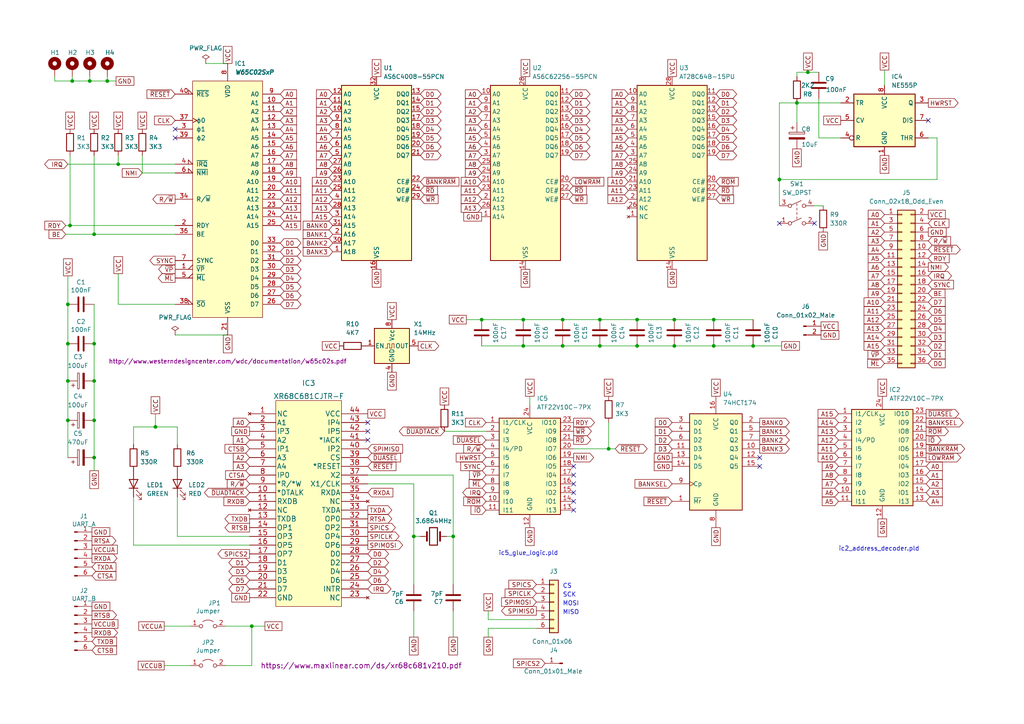
<source format=kicad_sch>
(kicad_sch (version 20211123) (generator eeschema)
  (paper "A4")
  (title_block (title "rosco_6502") (date "2022-06-17") (rev "0") (company "The Really Old-School Company Limited") (comment 1 "Copyright (c)2022 Ross Bamford & Contributors") (comment 2 "Open Source Hardware (CERN OHL)"))
  (junction (at 151.765 100.33))
  (junction (at 151.765 92.71))
  (junction (at 120.015 155.575))
  (junction (at 231.14 29.845))
  (junction (at 163.195 100.33))
  (junction (at 184.785 100.33))
  (junction (at 26.035 23.495))
  (junction (at 27.305 110.49))
  (junction (at 176.53 130.175))
  (junction (at 19.685 88.265))
  (junction (at 131.445 155.575))
  (junction (at 173.99 100.33))
  (junction (at 19.685 110.49))
  (junction (at 34.29 47.625))
  (junction (at 207.01 92.71))
  (junction (at 163.195 92.71))
  (junction (at 19.685 99.695))
  (junction (at 207.01 100.33))
  (junction (at 27.305 67.945))
  (junction (at 45.085 123.825))
  (junction (at 27.305 121.92))
  (junction (at 73.025 181.61))
  (junction (at 31.115 23.495))
  (junction (at 173.99 92.71))
  (junction (at 226.06 52.07))
  (junction (at 218.44 100.33))
  (junction (at 27.305 132.715))
  (junction (at 27.305 99.695))
  (junction (at 139.7 92.71))
  (junction (at 20.32 65.405))
  (junction (at 184.785 92.71))
  (junction (at 234.315 20.955))
  (junction (at 19.685 121.92))
  (junction (at 195.58 100.33))
  (junction (at 20.955 23.495))
  (junction (at 195.58 92.71))
  (no_connect (at 226.06 64.77))
  (no_connect (at 236.22 64.77))
  (no_connect (at 269.24 34.925))
  (no_connect (at 106.68 125.095))
  (no_connect (at 106.68 122.555))
  (no_connect (at 220.345 132.715))
  (no_connect (at 220.345 135.255))
  (no_connect (at 166.37 142.875))
  (no_connect (at 166.37 145.415))
  (no_connect (at 166.37 147.955))
  (no_connect (at 166.37 140.335))
  (no_connect (at 166.37 135.255))
  (no_connect (at 166.37 137.795))
  (no_connect (at 106.68 127.635))
  (no_connect (at 50.8 37.465))
  (no_connect (at 50.8 40.005))
  (wire (pts (xy 65.405 193.04) (xy 73.025 193.04)))
  (wire (pts (xy 15.875 22.225) (xy 15.875 23.495)))
  (wire (pts (xy 176.53 130.175) (xy 178.435 130.175)))
  (wire (pts (xy 231.14 22.225) (xy 231.14 20.955)))
  (wire (pts (xy 19.685 80.01) (xy 19.685 88.265)))
  (wire (pts (xy 47.625 193.04) (xy 55.245 193.04)))
  (wire (pts (xy 141.605 179.705) (xy 141.605 177.165)))
  (wire (pts (xy 31.115 23.495) (xy 33.655 23.495)))
  (wire (pts (xy 131.445 155.575) (xy 131.445 169.545)))
  (wire (pts (xy 19.05 65.405) (xy 20.32 65.405)))
  (wire (pts (xy 20.32 65.405) (xy 50.8 65.405)))
  (wire (pts (xy 226.06 29.845) (xy 231.14 29.845)))
  (wire (pts (xy 131.445 177.165) (xy 131.445 184.785)))
  (wire (pts (xy 207.01 100.33) (xy 195.58 100.33)))
  (wire (pts (xy 26.035 22.225) (xy 26.035 23.495)))
  (wire (pts (xy 59.69 18.415) (xy 66.04 18.415)))
  (wire (pts (xy 50.8 97.155) (xy 66.04 97.155)))
  (wire (pts (xy 41.275 50.165) (xy 50.8 50.165)))
  (wire (pts (xy 231.14 20.955) (xy 234.315 20.955)))
  (wire (pts (xy 173.99 100.33) (xy 163.195 100.33)))
  (wire (pts (xy 218.44 92.71) (xy 207.01 92.71)))
  (wire (pts (xy 218.44 100.33) (xy 226.695 100.33)))
  (wire (pts (xy 226.06 59.69) (xy 226.06 52.07)))
  (wire (pts (xy 120.015 177.165) (xy 120.015 184.785)))
  (wire (pts (xy 256.54 20.32) (xy 256.54 24.765)))
  (wire (pts (xy 163.195 100.33) (xy 151.765 100.33)))
  (wire (pts (xy 47.625 181.61) (xy 55.245 181.61)))
  (wire (pts (xy 153.67 114.935) (xy 153.67 117.475)))
  (wire (pts (xy 231.14 29.845) (xy 243.84 29.845)))
  (wire (pts (xy 19.685 110.49) (xy 19.685 121.92)))
  (wire (pts (xy 34.29 45.085) (xy 34.29 47.625)))
  (wire (pts (xy 38.735 123.825) (xy 45.085 123.825)))
  (wire (pts (xy 151.765 92.71) (xy 139.7 92.71)))
  (wire (pts (xy 120.015 140.335) (xy 120.015 155.575)))
  (wire (pts (xy 271.78 52.07) (xy 226.06 52.07)))
  (wire (pts (xy 41.275 45.085) (xy 41.275 50.165)))
  (wire (pts (xy 237.49 28.575) (xy 237.49 40.005)))
  (wire (pts (xy 19.685 47.625) (xy 34.29 47.625)))
  (wire (pts (xy 237.49 20.955) (xy 234.315 20.955)))
  (wire (pts (xy 27.305 67.945) (xy 50.8 67.945)))
  (wire (pts (xy 15.875 23.495) (xy 20.955 23.495)))
  (wire (pts (xy 27.305 45.085) (xy 27.305 67.945)))
  (wire (pts (xy 135.255 92.71) (xy 139.7 92.71)))
  (wire (pts (xy 195.58 100.33) (xy 184.785 100.33)))
  (wire (pts (xy 166.37 130.175) (xy 176.53 130.175)))
  (wire (pts (xy 231.14 29.845) (xy 231.14 35.56)))
  (wire (pts (xy 236.22 59.69) (xy 238.76 59.69)))
  (wire (pts (xy 128.905 125.095) (xy 140.97 125.095)))
  (wire (pts (xy 184.785 92.71) (xy 173.99 92.71)))
  (wire (pts (xy 72.39 158.115) (xy 38.735 158.115)))
  (wire (pts (xy 207.01 92.71) (xy 195.58 92.71)))
  (wire (pts (xy 34.29 79.375) (xy 34.29 88.265)))
  (wire (pts (xy 73.025 181.61) (xy 76.835 181.61)))
  (wire (pts (xy 218.44 100.33) (xy 207.01 100.33)))
  (wire (pts (xy 51.435 123.825) (xy 51.435 128.905)))
  (wire (pts (xy 20.955 22.225) (xy 20.955 23.495)))
  (wire (pts (xy 173.99 92.71) (xy 163.195 92.71)))
  (wire (pts (xy 106.68 137.795) (xy 131.445 137.795)))
  (wire (pts (xy 163.195 92.71) (xy 151.765 92.71)))
  (wire (pts (xy 19.05 67.945) (xy 27.305 67.945)))
  (wire (pts (xy 31.115 22.225) (xy 31.115 23.495)))
  (wire (pts (xy 73.025 193.04) (xy 73.025 181.61)))
  (wire (pts (xy 234.315 20.955) (xy 234.315 20.32)))
  (wire (pts (xy 120.015 155.575) (xy 121.92 155.575)))
  (wire (pts (xy 131.445 137.795) (xy 131.445 155.575)))
  (wire (pts (xy 155.575 182.245) (xy 141.605 182.245)))
  (wire (pts (xy 38.735 144.145) (xy 38.735 158.115)))
  (wire (pts (xy 51.435 144.145) (xy 51.435 155.575)))
  (wire (pts (xy 51.435 123.825) (xy 45.085 123.825)))
  (wire (pts (xy 50.8 88.265) (xy 34.29 88.265)))
  (wire (pts (xy 19.685 88.265) (xy 19.685 99.695)))
  (wire (pts (xy 27.305 132.715) (xy 27.305 136.525)))
  (wire (pts (xy 129.54 155.575) (xy 131.445 155.575)))
  (wire (pts (xy 269.24 40.005) (xy 271.78 40.005)))
  (wire (pts (xy 27.305 99.695) (xy 27.305 110.49)))
  (wire (pts (xy 20.32 45.085) (xy 20.32 65.405)))
  (wire (pts (xy 51.435 155.575) (xy 72.39 155.575)))
  (wire (pts (xy 271.78 40.005) (xy 271.78 52.07)))
  (wire (pts (xy 26.035 23.495) (xy 31.115 23.495)))
  (wire (pts (xy 27.305 121.92) (xy 27.305 132.715)))
  (wire (pts (xy 195.58 92.71) (xy 184.785 92.71)))
  (wire (pts (xy 34.29 47.625) (xy 50.8 47.625)))
  (wire (pts (xy 237.49 40.005) (xy 243.84 40.005)))
  (wire (pts (xy 184.785 100.33) (xy 173.99 100.33)))
  (wire (pts (xy 176.53 122.555) (xy 176.53 130.175)))
  (wire (pts (xy 106.68 140.335) (xy 120.015 140.335)))
  (wire (pts (xy 65.405 181.61) (xy 73.025 181.61)))
  (wire (pts (xy 155.575 179.705) (xy 141.605 179.705)))
  (wire (pts (xy 27.305 110.49) (xy 27.305 121.92)))
  (wire (pts (xy 151.765 100.33) (xy 139.7 100.33)))
  (wire (pts (xy 27.305 88.265) (xy 27.305 99.695)))
  (wire (pts (xy 226.06 52.07) (xy 226.06 29.845)))
  (wire (pts (xy 38.735 123.825) (xy 38.735 128.905)))
  (wire (pts (xy 20.955 23.495) (xy 26.035 23.495)))
  (wire (pts (xy 141.605 182.245) (xy 141.605 184.785)))
  (wire (pts (xy 19.685 121.92) (xy 19.685 132.715)))
  (wire (pts (xy 45.085 123.825) (xy 45.085 120.015)))
  (wire (pts (xy 120.015 155.575) (xy 120.015 169.545)))
  (wire (pts (xy 19.685 99.695) (xy 19.685 110.49)))
  (text "ic5_glue_logic.pld" (at 161.925 161.29 180) (effects (font (size 1.27 1.27)) (justify right bottom)))
  (text "CS" (at 163.195 170.815 0) (effects (font (size 1.27 1.27)) (justify left bottom)))
  (text "SCK" (at 163.195 173.355 0) (effects (font (size 1.27 1.27)) (justify left bottom)))
  (text "ic2_address_decoder.pld" (at 266.7 160.02 180) (effects (font (size 1.27 1.27)) (justify right bottom)))
  (text "MOSI" (at 163.195 175.895 0) (effects (font (size 1.27 1.27)) (justify left bottom)))
  (text "MISO" (at 163.195 178.435 0) (effects (font (size 1.27 1.27)) (justify left bottom)))
  (global_label "VCC" (shape passive) (at 45.085 120.015 90) (property "Intersheet References" "${INTERSHEET_REFS}" (effects hide)))
  (global_label "A13" (shape input) (at 96.52 60.325 180) (property "Intersheet References" "${INTERSHEET_REFS}" (effects hide)))
  (global_label "D6" (shape bidirectional) (at 207.645 42.545 0) (property "Intersheet References" "${INTERSHEET_REFS}" (effects hide)))
  (global_label "~{VP}" (shape input) (at 140.97 137.795 180) (property "Intersheet References" "${INTERSHEET_REFS}" (effects hide)))
  (global_label "GND" (shape passive) (at 66.04 97.155 270) (property "Intersheet References" "${INTERSHEET_REFS}" (effects hide)))
  (global_label "BE" (shape input) (at 19.05 67.945 180) (property "Intersheet References" "${INTERSHEET_REFS}" (effects hide)))
  (global_label "A15" (shape input) (at 81.28 65.405 0) (property "Intersheet References" "${INTERSHEET_REFS}" (effects hide)))
  (global_label "BANK1" (shape input) (at 96.52 67.945 180) (property "Intersheet References" "${INTERSHEET_REFS}" (effects hide)))
  (global_label "NMI" (shape output) (at 269.24 77.47 0) (property "Intersheet References" "${INTERSHEET_REFS}" (effects hide)))
  (global_label "VCC" (shape passive) (at 269.24 62.23 0) (property "Intersheet References" "${INTERSHEET_REFS}" (effects hide)))
  (global_label "GND" (shape passive) (at 131.445 184.785 270) (property "Intersheet References" "${INTERSHEET_REFS}" (effects hide)))
  (global_label "VCC" (shape passive) (at 256.54 20.32 90) (property "Intersheet References" "${INTERSHEET_REFS}" (effects hide)))
  (global_label "A14" (shape input) (at 243.205 122.555 180) (property "Intersheet References" "${INTERSHEET_REFS}" (effects hide)))
  (global_label "A8" (shape input) (at 243.205 137.795 180) (property "Intersheet References" "${INTERSHEET_REFS}" (effects hide)))
  (global_label "GND" (shape passive) (at 231.14 43.18 270) (property "Intersheet References" "${INTERSHEET_REFS}" (effects hide)))
  (global_label "VCC" (shape passive) (at 153.67 114.935 90) (property "Intersheet References" "${INTERSHEET_REFS}" (effects hide)))
  (global_label "IRQ" (shape tri_state) (at 19.685 47.625 180) (property "Intersheet References" "${INTERSHEET_REFS}" (effects hide)))
  (global_label "GND" (shape passive) (at 194.945 135.255 180) (property "Intersheet References" "${INTERSHEET_REFS}" (effects hide)))
  (global_label "VCC" (shape passive) (at 66.04 18.415 90) (property "Intersheet References" "${INTERSHEET_REFS}" (effects hide)))
  (global_label "A15" (shape input) (at 96.52 62.865 180) (property "Intersheet References" "${INTERSHEET_REFS}" (effects hide)))
  (global_label "~{WR}" (shape input) (at 121.92 57.785 0) (property "Intersheet References" "${INTERSHEET_REFS}" (effects hide)))
  (global_label "A8" (shape input) (at 81.28 47.625 0) (property "Intersheet References" "${INTERSHEET_REFS}" (effects hide)))
  (global_label "BANK3" (shape input) (at 96.52 73.025 180) (property "Intersheet References" "${INTERSHEET_REFS}" (effects hide)))
  (global_label "~{RD}" (shape input) (at 121.92 55.245 0) (property "Intersheet References" "${INTERSHEET_REFS}" (effects hide)))
  (global_label "~{ROM}" (shape output) (at 268.605 125.095 0) (property "Intersheet References" "${INTERSHEET_REFS}" (effects hide)))
  (global_label "VCC" (shape passive) (at 34.29 79.375 90) (property "Intersheet References" "${INTERSHEET_REFS}" (effects hide)))
  (global_label "CTSB" (shape input) (at 72.39 130.175 180) (property "Intersheet References" "${INTERSHEET_REFS}" (effects hide)))
  (global_label "D6" (shape bidirectional) (at 121.92 42.545 0) (property "Intersheet References" "${INTERSHEET_REFS}" (effects hide)))
  (global_label "A13" (shape input) (at 256.54 95.25 180) (property "Intersheet References" "${INTERSHEET_REFS}" (effects hide)))
  (global_label "GND" (shape passive) (at 194.945 132.715 180) (property "Intersheet References" "${INTERSHEET_REFS}" (effects hide)))
  (global_label "~{RESET}" (shape tri_state) (at 178.435 130.175 0) (property "Intersheet References" "${INTERSHEET_REFS}" (effects hide)))
  (global_label "HWRST" (shape output) (at 269.24 29.845 0) (property "Intersheet References" "${INTERSHEET_REFS}" (effects hide)))
  (global_label "GND" (shape passive) (at 141.605 184.785 270) (property "Intersheet References" "${INTERSHEET_REFS}" (effects hide)))
  (global_label "A12" (shape input) (at 96.52 57.785 180) (property "Intersheet References" "${INTERSHEET_REFS}" (effects hide)))
  (global_label "A0" (shape input) (at 256.54 62.23 180) (property "Intersheet References" "${INTERSHEET_REFS}" (effects hide)))
  (global_label "~{RESET}" (shape input) (at 194.945 145.415 180) (property "Intersheet References" "${INTERSHEET_REFS}" (effects hide)))
  (global_label "SPICS2" (shape output) (at 72.39 160.655 180) (property "Intersheet References" "${INTERSHEET_REFS}" (effects hide)))
  (global_label "D4" (shape bidirectional) (at 106.68 165.735 0) (property "Intersheet References" "${INTERSHEET_REFS}" (effects hide)))
  (global_label "D4" (shape bidirectional) (at 165.1 37.465 0) (property "Intersheet References" "${INTERSHEET_REFS}" (effects hide)))
  (global_label "A12" (shape input) (at 182.245 57.785 180) (property "Intersheet References" "${INTERSHEET_REFS}" (effects hide)))
  (global_label "BANK2" (shape output) (at 220.345 127.635 0) (property "Intersheet References" "${INTERSHEET_REFS}" (effects hide)))
  (global_label "A4" (shape input) (at 81.28 37.465 0) (property "Intersheet References" "${INTERSHEET_REFS}" (effects hide)))
  (global_label "A15" (shape input) (at 256.54 100.33 180) (property "Intersheet References" "${INTERSHEET_REFS}" (effects hide)))
  (global_label "A1" (shape input) (at 256.54 64.77 180) (property "Intersheet References" "${INTERSHEET_REFS}" (effects hide)))
  (global_label "A5" (shape input) (at 243.205 145.415 180) (property "Intersheet References" "${INTERSHEET_REFS}" (effects hide)))
  (global_label "VCCUA" (shape passive) (at 47.625 181.61 180) (property "Intersheet References" "${INTERSHEET_REFS}" (effects hide)))
  (global_label "VCC" (shape passive) (at 34.29 37.465 90) (property "Intersheet References" "${INTERSHEET_REFS}" (effects hide)))
  (global_label "A12" (shape input) (at 139.7 57.785 180) (property "Intersheet References" "${INTERSHEET_REFS}" (effects hide)))
  (global_label "~{VP}" (shape output) (at 50.8 78.105 180) (property "Intersheet References" "${INTERSHEET_REFS}" (effects hide)))
  (global_label "A0" (shape input) (at 268.605 135.255 0) (property "Intersheet References" "${INTERSHEET_REFS}" (effects hide)))
  (global_label "IRQ" (shape tri_state) (at 106.68 170.815 0) (property "Intersheet References" "${INTERSHEET_REFS}" (effects hide)))
  (global_label "D3" (shape bidirectional) (at 121.92 34.925 0) (property "Intersheet References" "${INTERSHEET_REFS}" (effects hide)))
  (global_label "D4" (shape bidirectional) (at 81.28 80.645 0) (property "Intersheet References" "${INTERSHEET_REFS}" (effects hide)))
  (global_label "BANK3" (shape output) (at 220.345 130.175 0) (property "Intersheet References" "${INTERSHEET_REFS}" (effects hide)))
  (global_label "TXDA" (shape output) (at 106.68 147.955 0) (property "Intersheet References" "${INTERSHEET_REFS}" (effects hide)))
  (global_label "RTSB" (shape output) (at 72.39 153.035 180) (property "Intersheet References" "${INTERSHEET_REFS}" (effects hide)))
  (global_label "D4" (shape bidirectional) (at 207.645 37.465 0) (property "Intersheet References" "${INTERSHEET_REFS}" (effects hide)))
  (global_label "SPIMISO" (shape output) (at 155.575 177.165 180) (property "Intersheet References" "${INTERSHEET_REFS}" (effects hide)))
  (global_label "BANK0" (shape input) (at 96.52 65.405 180) (property "Intersheet References" "${INTERSHEET_REFS}" (effects hide)))
  (global_label "RTSB" (shape output) (at 26.67 178.435 0) (property "Intersheet References" "${INTERSHEET_REFS}" (effects hide)))
  (global_label "GND" (shape passive) (at 72.39 173.355 180) (property "Intersheet References" "${INTERSHEET_REFS}" (effects hide)))
  (global_label "~{RD}" (shape input) (at 165.1 55.245 0) (property "Intersheet References" "${INTERSHEET_REFS}" (effects hide)))
  (global_label "D2" (shape input) (at 194.945 127.635 180) (property "Intersheet References" "${INTERSHEET_REFS}" (effects hide)))
  (global_label "A5" (shape input) (at 256.54 74.93 180) (property "Intersheet References" "${INTERSHEET_REFS}" (effects hide)))
  (global_label "GND" (shape passive) (at 139.7 62.865 180) (property "Intersheet References" "${INTERSHEET_REFS}" (effects hide)))
  (global_label "VCCUB" (shape passive) (at 26.67 180.975 0) (property "Intersheet References" "${INTERSHEET_REFS}" (effects hide)))
  (global_label "A11" (shape input) (at 243.205 130.175 180) (property "Intersheet References" "${INTERSHEET_REFS}" (effects hide)))
  (global_label "A3" (shape input) (at 81.28 34.925 0) (property "Intersheet References" "${INTERSHEET_REFS}" (effects hide)))
  (global_label "D2" (shape input) (at 269.24 100.33 0) (property "Intersheet References" "${INTERSHEET_REFS}" (effects hide)))
  (global_label "D2" (shape bidirectional) (at 207.645 32.385 0) (property "Intersheet References" "${INTERSHEET_REFS}" (effects hide)))
  (global_label "RXDB" (shape input) (at 72.39 145.415 180) (property "Intersheet References" "${INTERSHEET_REFS}" (effects hide)))
  (global_label "GND" (shape passive) (at 269.24 67.31 0) (property "Intersheet References" "${INTERSHEET_REFS}" (effects hide)))
  (global_label "R{slash}~{W}" (shape input) (at 140.97 130.175 180) (property "Intersheet References" "${INTERSHEET_REFS}" (effects hide)))
  (global_label "CTSA" (shape input) (at 26.67 167.005 0) (property "Intersheet References" "${INTERSHEET_REFS}" (effects hide)))
  (global_label "D1" (shape bidirectional) (at 81.28 73.025 0) (property "Intersheet References" "${INTERSHEET_REFS}" (effects hide)))
  (global_label "VCC" (shape passive) (at 234.315 20.32 90) (property "Intersheet References" "${INTERSHEET_REFS}" (effects hide)))
  (global_label "GND" (shape passive) (at 72.39 125.095 180) (property "Intersheet References" "${INTERSHEET_REFS}" (effects hide)))
  (global_label "IRQ" (shape tri_state) (at 269.24 80.01 0) (property "Intersheet References" "${INTERSHEET_REFS}" (effects hide)))
  (global_label "D3" (shape bidirectional) (at 165.1 34.925 0) (property "Intersheet References" "${INTERSHEET_REFS}" (effects hide)))
  (global_label "SPICLK" (shape output) (at 106.68 155.575 0) (property "Intersheet References" "${INTERSHEET_REFS}" (effects hide)))
  (global_label "SPIMOSI" (shape input) (at 155.575 174.625 180) (property "Intersheet References" "${INTERSHEET_REFS}" (effects hide)))
  (global_label "A12" (shape input) (at 256.54 92.71 180) (property "Intersheet References" "${INTERSHEET_REFS}" (effects hide)))
  (global_label "D1" (shape input) (at 269.24 102.87 0) (property "Intersheet References" "${INTERSHEET_REFS}" (effects hide)))
  (global_label "VCCUA" (shape passive) (at 26.67 159.385 0) (property "Intersheet References" "${INTERSHEET_REFS}" (effects hide)))
  (global_label "HWRST" (shape input) (at 140.97 132.715 180) (property "Intersheet References" "${INTERSHEET_REFS}" (effects hide)))
  (global_label "A0" (shape input) (at 139.7 27.305 180) (property "Intersheet References" "${INTERSHEET_REFS}" (effects hide)))
  (global_label "IRQ" (shape tri_state) (at 140.97 142.875 180) (property "Intersheet References" "${INTERSHEET_REFS}" (effects hide)))
  (global_label "A7" (shape input) (at 96.52 45.085 180) (property "Intersheet References" "${INTERSHEET_REFS}" (effects hide)))
  (global_label "A5" (shape input) (at 81.28 40.005 0) (property "Intersheet References" "${INTERSHEET_REFS}" (effects hide)))
  (global_label "~{VP}" (shape input) (at 256.54 102.87 180) (property "Intersheet References" "${INTERSHEET_REFS}" (effects hide)))
  (global_label "R{slash}~{W}" (shape output) (at 50.8 57.785 180) (property "Intersheet References" "${INTERSHEET_REFS}" (effects hide)))
  (global_label "A12" (shape input) (at 243.205 127.635 180) (property "Intersheet References" "${INTERSHEET_REFS}" (effects hide)))
  (global_label "D0" (shape bidirectional) (at 165.1 27.305 0) (property "Intersheet References" "${INTERSHEET_REFS}" (effects hide)))
  (global_label "D3" (shape bidirectional) (at 81.28 78.105 0) (property "Intersheet References" "${INTERSHEET_REFS}" (effects hide)))
  (global_label "D0" (shape input) (at 269.24 105.41 0) (property "Intersheet References" "${INTERSHEET_REFS}" (effects hide)))
  (global_label "D7" (shape bidirectional) (at 81.28 88.265 0) (property "Intersheet References" "${INTERSHEET_REFS}" (effects hide)))
  (global_label "CLK" (shape input) (at 140.97 122.555 180) (property "Intersheet References" "${INTERSHEET_REFS}" (effects hide)))
  (global_label "VCC" (shape passive) (at 194.945 22.225 90) (property "Intersheet References" "${INTERSHEET_REFS}" (effects hide)))
  (global_label "RDY" (shape output) (at 166.37 122.555 0) (property "Intersheet References" "${INTERSHEET_REFS}" (effects hide)))
  (global_label "A0" (shape input) (at 96.52 27.305 180) (property "Intersheet References" "${INTERSHEET_REFS}" (effects hide)))
  (global_label "BANK2" (shape input) (at 96.52 70.485 180) (property "Intersheet References" "${INTERSHEET_REFS}" (effects hide)))
  (global_label "A7" (shape input) (at 182.245 45.085 180) (property "Intersheet References" "${INTERSHEET_REFS}" (effects hide)))
  (global_label "D1" (shape bidirectional) (at 207.645 29.845 0) (property "Intersheet References" "${INTERSHEET_REFS}" (effects hide)))
  (global_label "A8" (shape input) (at 96.52 47.625 180) (property "Intersheet References" "${INTERSHEET_REFS}" (effects hide)))
  (global_label "A4" (shape input) (at 182.245 37.465 180) (property "Intersheet References" "${INTERSHEET_REFS}" (effects hide)))
  (global_label "VCC" (shape passive) (at 113.665 92.71 90) (property "Intersheet References" "${INTERSHEET_REFS}" (effects hide)))
  (global_label "VCC" (shape passive) (at 243.84 34.925 180) (property "Intersheet References" "${INTERSHEET_REFS}" (effects hide)))
  (global_label "D7" (shape bidirectional) (at 207.645 45.085 0) (property "Intersheet References" "${INTERSHEET_REFS}" (effects hide)))
  (global_label "VCC" (shape passive) (at 98.425 100.33 180) (property "Intersheet References" "${INTERSHEET_REFS}" (effects hide)))
  (global_label "GND" (shape passive) (at 27.305 136.525 270) (property "Intersheet References" "${INTERSHEET_REFS}" (effects hide)))
  (global_label "D4" (shape input) (at 269.24 95.25 0) (property "Intersheet References" "${INTERSHEET_REFS}" (effects hide)))
  (global_label "VCC" (shape passive) (at 141.605 177.165 90) (property "Intersheet References" "${INTERSHEET_REFS}" (effects hide)))
  (global_label "VCC" (shape passive) (at 19.685 80.01 90) (property "Intersheet References" "${INTERSHEET_REFS}" (effects hide)))
  (global_label "D2" (shape bidirectional) (at 81.28 75.565 0) (property "Intersheet References" "${INTERSHEET_REFS}" (effects hide)))
  (global_label "D1" (shape bidirectional) (at 121.92 29.845 0) (property "Intersheet References" "${INTERSHEET_REFS}" (effects hide)))
  (global_label "~{IO}" (shape output) (at 268.605 127.635 0) (property "Intersheet References" "${INTERSHEET_REFS}" (effects hide)))
  (global_label "~{LOWRAM}" (shape input) (at 165.1 52.705 0) (property "Intersheet References" "${INTERSHEET_REFS}" (effects hide)))
  (global_label "VCCUB" (shape passive) (at 47.625 193.04 180) (property "Intersheet References" "${INTERSHEET_REFS}" (effects hide)))
  (global_label "~{BANKRAM}" (shape output) (at 268.605 130.175 0) (property "Intersheet References" "${INTERSHEET_REFS}" (effects hide)))
  (global_label "CLK" (shape output) (at 121.285 100.33 0) (property "Intersheet References" "${INTERSHEET_REFS}" (effects hide)))
  (global_label "~{LOWRAM}" (shape output) (at 268.605 132.715 0) (property "Intersheet References" "${INTERSHEET_REFS}" (effects hide)))
  (global_label "A1" (shape input) (at 268.605 137.795 0) (property "Intersheet References" "${INTERSHEET_REFS}" (effects hide)))
  (global_label "D6" (shape input) (at 269.24 90.17 0) (property "Intersheet References" "${INTERSHEET_REFS}" (effects hide)))
  (global_label "A2" (shape input) (at 139.7 32.385 180) (property "Intersheet References" "${INTERSHEET_REFS}" (effects hide)))
  (global_label "VCC" (shape passive) (at 106.68 120.015 0) (property "Intersheet References" "${INTERSHEET_REFS}" (effects hide)))
  (global_label "A10" (shape input) (at 139.7 52.705 180) (property "Intersheet References" "${INTERSHEET_REFS}" (effects hide)))
  (global_label "D7" (shape bidirectional) (at 121.92 45.085 0) (property "Intersheet References" "${INTERSHEET_REFS}" (effects hide)))
  (global_label "A4" (shape input) (at 96.52 37.465 180) (property "Intersheet References" "${INTERSHEET_REFS}" (effects hide)))
  (global_label "A4" (shape input) (at 139.7 37.465 180) (property "Intersheet References" "${INTERSHEET_REFS}" (effects hide)))
  (global_label "A1" (shape input) (at 81.28 29.845 0) (property "Intersheet References" "${INTERSHEET_REFS}" (effects hide)))
  (global_label "A9" (shape input) (at 139.7 50.165 180) (property "Intersheet References" "${INTERSHEET_REFS}" (effects hide)))
  (global_label "A6" (shape input) (at 81.28 42.545 0) (property "Intersheet References" "${INTERSHEET_REFS}" (effects hide)))
  (global_label "D5" (shape input) (at 269.24 92.71 0) (property "Intersheet References" "${INTERSHEET_REFS}" (effects hide)))
  (global_label "A11" (shape input) (at 182.245 55.245 180) (property "Intersheet References" "${INTERSHEET_REFS}" (effects hide)))
  (global_label "A2" (shape input) (at 268.605 140.335 0) (property "Intersheet References" "${INTERSHEET_REFS}" (effects hide)))
  (global_label "VCC" (shape passive) (at 27.305 37.465 90) (property "Intersheet References" "${INTERSHEET_REFS}" (effects hide)))
  (global_label "~{ROM}" (shape input) (at 207.645 52.705 0) (property "Intersheet References" "${INTERSHEET_REFS}" (effects hide)))
  (global_label "VCC" (shape passive) (at 176.53 114.935 90) (property "Intersheet References" "${INTERSHEET_REFS}" (effects hide)))
  (global_label "NMI" (shape input) (at 41.275 50.165 180) (property "Intersheet References" "${INTERSHEET_REFS}" (effects hide)))
  (global_label "D1" (shape bidirectional) (at 72.39 163.195 180) (property "Intersheet References" "${INTERSHEET_REFS}" (effects hide)))
  (global_label "A10" (shape input) (at 243.205 132.715 180) (property "Intersheet References" "${INTERSHEET_REFS}" (effects hide)))
  (global_label "A8" (shape input) (at 182.245 47.625 180) (property "Intersheet References" "${INTERSHEET_REFS}" (effects hide)))
  (global_label "VCC" (shape passive) (at 152.4 22.225 90) (property "Intersheet References" "${INTERSHEET_REFS}" (effects hide)))
  (global_label "D5" (shape bidirectional) (at 165.1 40.005 0) (property "Intersheet References" "${INTERSHEET_REFS}" (effects hide)))
  (global_label "A3" (shape input) (at 139.7 34.925 180) (property "Intersheet References" "${INTERSHEET_REFS}" (effects hide)))
  (global_label "D0" (shape bidirectional) (at 106.68 160.655 0) (property "Intersheet References" "${INTERSHEET_REFS}" (effects hide)))
  (global_label "GND" (shape passive) (at 113.665 107.95 270) (property "Intersheet References" "${INTERSHEET_REFS}" (effects hide)))
  (global_label "A2" (shape input) (at 72.39 132.715 180) (property "Intersheet References" "${INTERSHEET_REFS}" (effects hide)))
  (global_label "D1" (shape input) (at 194.945 125.095 180) (property "Intersheet References" "${INTERSHEET_REFS}" (effects hide)))
  (global_label "VCC" (shape passive) (at 135.255 92.71 180) (property "Intersheet References" "${INTERSHEET_REFS}" (effects hide)))
  (global_label "A1" (shape input) (at 72.39 127.635 180) (property "Intersheet References" "${INTERSHEET_REFS}" (effects hide)))
  (global_label "VCC" (shape passive) (at 41.275 37.465 90) (property "Intersheet References" "${INTERSHEET_REFS}" (effects hide)))
  (global_label "A10" (shape input) (at 81.28 52.705 0) (property "Intersheet References" "${INTERSHEET_REFS}" (effects hide)))
  (global_label "A8" (shape input) (at 256.54 82.55 180) (property "Intersheet References" "${INTERSHEET_REFS}" (effects hide)))
  (global_label "SPICS2" (shape input) (at 158.115 192.405 180) (property "Intersheet References" "${INTERSHEET_REFS}" (effects hide)))
  (global_label "A11" (shape input) (at 256.54 90.17 180) (property "Intersheet References" "${INTERSHEET_REFS}" (effects hide)))
  (global_label "~{RESET}" (shape tri_state) (at 269.24 72.39 0) (property "Intersheet References" "${INTERSHEET_REFS}" (effects hide)))
  (global_label "A3" (shape input) (at 182.245 34.925 180) (property "Intersheet References" "${INTERSHEET_REFS}" (effects hide)))
  (global_label "A9" (shape input) (at 182.245 50.165 180) (property "Intersheet References" "${INTERSHEET_REFS}" (effects hide)))
  (global_label "A5" (shape input) (at 139.7 40.005 180) (property "Intersheet References" "${INTERSHEET_REFS}" (effects hide)))
  (global_label "A11" (shape input) (at 139.7 55.245 180) (property "Intersheet References" "${INTERSHEET_REFS}" (effects hide)))
  (global_label "A14" (shape input) (at 256.54 97.79 180) (property "Intersheet References" "${INTERSHEET_REFS}" (effects hide)))
  (global_label "SPICS" (shape input) (at 155.575 169.545 180) (property "Intersheet References" "${INTERSHEET_REFS}" (effects hide)))
  (global_label "~{WR}" (shape output) (at 166.37 125.095 0) (property "Intersheet References" "${INTERSHEET_REFS}" (effects hide)))
  (global_label "RXDA" (shape input) (at 106.68 142.875 0) (property "Intersheet References" "${INTERSHEET_REFS}" (effects hide)))
  (global_label "GND" (shape passive) (at 207.645 153.035 270) (property "Intersheet References" "${INTERSHEET_REFS}" (effects hide)))
  (global_label "A5" (shape input) (at 96.52 40.005 180) (property "Intersheet References" "${INTERSHEET_REFS}" (effects hide)))
  (global_label "~{DUASEL}" (shape input) (at 106.68 132.715 0) (property "Intersheet References" "${INTERSHEET_REFS}" (effects hide)))
  (global_label "D7" (shape input) (at 269.24 87.63 0) (property "Intersheet References" "${INTERSHEET_REFS}" (effects hide)))
  (global_label "A9" (shape input) (at 243.205 135.255 180) (property "Intersheet References" "${INTERSHEET_REFS}" (effects hide)))
  (global_label "A7" (shape input) (at 256.54 80.01 180) (property "Intersheet References" "${INTERSHEET_REFS}" (effects hide)))
  (global_label "A0" (shape input) (at 81.28 27.305 0) (property "Intersheet References" "${INTERSHEET_REFS}" (effects hide)))
  (global_label "~{ROM}" (shape input) (at 140.97 145.415 180) (property "Intersheet References" "${INTERSHEET_REFS}" (effects hide)))
  (global_label "CLK" (shape input) (at 269.24 64.77 0) (property "Intersheet References" "${INTERSHEET_REFS}" (effects hide)))
  (global_label "A13" (shape input) (at 81.28 60.325 0) (property "Intersheet References" "${INTERSHEET_REFS}" (effects hide)))
  (global_label "A2" (shape input) (at 256.54 67.31 180) (property "Intersheet References" "${INTERSHEET_REFS}" (effects hide)))
  (global_label "GND" (shape passive) (at 238.76 67.31 270) (property "Intersheet References" "${INTERSHEET_REFS}" (effects hide)))
  (global_label "A1" (shape input) (at 182.245 29.845 180) (property "Intersheet References" "${INTERSHEET_REFS}" (effects hide)))
  (global_label "A6" (shape input) (at 139.7 42.545 180) (property "Intersheet References" "${INTERSHEET_REFS}" (effects hide)))
  (global_label "GND" (shape passive) (at 109.22 78.105 270) (property "Intersheet References" "${INTERSHEET_REFS}" (effects hide)))
  (global_label "SYNC" (shape input) (at 269.24 82.55 0) (property "Intersheet References" "${INTERSHEET_REFS}" (effects hide)))
  (global_label "D0" (shape bidirectional) (at 81.28 70.485 0) (property "Intersheet References" "${INTERSHEET_REFS}" (effects hide)))
  (global_label "~{DUASEL}" (shape input) (at 140.97 127.635 180) (property "Intersheet References" "${INTERSHEET_REFS}" (effects hide)))
  (global_label "D3" (shape input) (at 194.945 130.175 180) (property "Intersheet References" "${INTERSHEET_REFS}" (effects hide)))
  (global_label "~{WR}" (shape input) (at 165.1 57.785 0) (property "Intersheet References" "${INTERSHEET_REFS}" (effects hide)))
  (global_label "BANK1" (shape output) (at 220.345 125.095 0) (property "Intersheet References" "${INTERSHEET_REFS}" (effects hide)))
  (global_label "VCC" (shape passive) (at 207.645 114.935 90) (property "Intersheet References" "${INTERSHEET_REFS}" (effects hide)))
  (global_label "GND" (shape passive) (at 33.655 23.495 0) (property "Intersheet References" "${INTERSHEET_REFS}" (effects hide)))
  (global_label "D3" (shape input) (at 269.24 97.79 0) (property "Intersheet References" "${INTERSHEET_REFS}" (effects hide)))
  (global_label "SPICLK" (shape input) (at 155.575 172.085 180) (property "Intersheet References" "${INTERSHEET_REFS}" (effects hide)))
  (global_label "RXDB" (shape output) (at 26.67 183.515 0) (property "Intersheet References" "${INTERSHEET_REFS}" (effects hide)))
  (global_label "BE" (shape input) (at 269.24 85.09 0) (property "Intersheet References" "${INTERSHEET_REFS}" (effects hide)))
  (global_label "A8" (shape input) (at 139.7 47.625 180) (property "Intersheet References" "${INTERSHEET_REFS}" (effects hide)))
  (global_label "A10" (shape input) (at 96.52 52.705 180) (property "Intersheet References" "${INTERSHEET_REFS}" (effects hide)))
  (global_label "A15" (shape input) (at 243.205 120.015 180) (property "Intersheet References" "${INTERSHEET_REFS}" (effects hide)))
  (global_label "A9" (shape input) (at 256.54 85.09 180) (property "Intersheet References" "${INTERSHEET_REFS}" (effects hide)))
  (global_label "RDY" (shape input) (at 269.24 74.93 0) (property "Intersheet References" "${INTERSHEET_REFS}" (effects hide)))
  (global_label "A3" (shape input) (at 96.52 34.925 180) (property "Intersheet References" "${INTERSHEET_REFS}" (effects hide)))
  (global_label "D0" (shape input) (at 194.945 122.555 180) (property "Intersheet References" "${INTERSHEET_REFS}" (effects hide)))
  (global_label "~{RESET}" (shape input) (at 50.8 27.305 180) (property "Intersheet References" "${INTERSHEET_REFS}" (effects hide)))
  (global_label "~{ML}" (shape input) (at 140.97 140.335 180) (property "Intersheet References" "${INTERSHEET_REFS}" (effects hide)))
  (global_label "TXDB" (shape input) (at 26.67 186.055 0) (property "Intersheet References" "${INTERSHEET_REFS}" (effects hide)))
  (global_label "~{RESET}" (shape input) (at 106.68 135.255 0) (property "Intersheet References" "${INTERSHEET_REFS}" (effects hide)))
  (global_label "A10" (shape input) (at 256.54 87.63 180) (property "Intersheet References" "${INTERSHEET_REFS}" (effects hide)))
  (global_label "~{RD}" (shape input) (at 207.645 55.245 0) (property "Intersheet References" "${INTERSHEET_REFS}" (effects hide)))
  (global_label "R{slash}~{W}" (shape input) (at 269.24 69.85 0) (property "Intersheet References" "${INTERSHEET_REFS}" (effects hide)))
  (global_label "~{DUASEL}" (shape output) (at 268.605 120.015 0) (property "Intersheet References" "${INTERSHEET_REFS}" (effects hide)))
  (global_label "VCC" (shape passive) (at 20.32 37.465 90) (property "Intersheet References" "${INTERSHEET_REFS}" (effects hide)))
  (global_label "D3" (shape bidirectional) (at 207.645 34.925 0) (property "Intersheet References" "${INTERSHEET_REFS}" (effects hide)))
  (global_label "GND" (shape passive) (at 194.945 78.105 270) (property "Intersheet References" "${INTERSHEET_REFS}" (effects hide)))
  (global_label "GND" (shape passive) (at 238.125 97.155 0) (property "Intersheet References" "${INTERSHEET_REFS}" (effects hide)))
  (global_label "A12" (shape input) (at 81.28 57.785 0) (property "Intersheet References" "${INTERSHEET_REFS}" (effects hide)))
  (global_label "~{ML}" (shape input) (at 256.54 105.41 180) (property "Intersheet References" "${INTERSHEET_REFS}" (effects hide)))
  (global_label "D7" (shape bidirectional) (at 165.1 45.085 0) (property "Intersheet References" "${INTERSHEET_REFS}" (effects hide)))
  (global_label "RDY" (shape input) (at 19.05 65.405 180) (property "Intersheet References" "${INTERSHEET_REFS}" (effects hide)))
  (global_label "BANKSEL" (shape output) (at 268.605 122.555 0) (property "Intersheet References" "${INTERSHEET_REFS}" (effects hide)))
  (global_label "A9" (shape input) (at 81.28 50.165 0) (property "Intersheet References" "${INTERSHEET_REFS}" (effects hide)))
  (global_label "D5" (shape bidirectional) (at 72.39 168.275 180) (property "Intersheet References" "${INTERSHEET_REFS}" (effects hide)))
  (global_label "D6" (shape bidirectional) (at 165.1 42.545 0) (property "Intersheet References" "${INTERSHEET_REFS}" (effects hide)))
  (global_label "A6" (shape input) (at 243.205 142.875 180) (property "Intersheet References" "${INTERSHEET_REFS}" (effects hide)))
  (global_label "SYNC" (shape output) (at 50.8 75.565 180) (property "Intersheet References" "${INTERSHEET_REFS}" (effects hide)))
  (global_label "D5" (shape bidirectional) (at 81.28 83.185 0) (property "Intersheet References" "${INTERSHEET_REFS}" (effects hide)))
  (global_label "SPICS" (shape output) (at 106.68 153.035 0) (property "Intersheet References" "${INTERSHEET_REFS}" (effects hide)))
  (global_label "GND" (shape passive) (at 256.54 45.085 270) (property "Intersheet References" "${INTERSHEET_REFS}" (effects hide)))
  (global_label "VCC" (shape passive) (at 238.125 94.615 0) (property "Intersheet References" "${INTERSHEET_REFS}" (effects hide)))
  (global_label "D5" (shape bidirectional) (at 207.645 40.005 0) (property "Intersheet References" "${INTERSHEET_REFS}" (effects hide)))
  (global_label "D0" (shape bidirectional) (at 207.645 27.305 0) (property "Intersheet References" "${INTERSHEET_REFS}" (effects hide)))
  (global_label "A4" (shape input) (at 268.605 145.415 0) (property "Intersheet References" "${INTERSHEET_REFS}" (effects hide)))
  (global_label "A6" (shape input) (at 96.52 42.545 180) (property "Intersheet References" "${INTERSHEET_REFS}" (effects hide)))
  (global_label "~{BANKRAM}" (shape input) (at 121.92 52.705 0) (property "Intersheet References" "${INTERSHEET_REFS}" (effects hide)))
  (global_label "D2" (shape bidirectional) (at 106.68 163.195 0) (property "Intersheet References" "${INTERSHEET_REFS}" (effects hide)))
  (global_label "BANKSEL" (shape input) (at 194.945 140.335 180) (property "Intersheet References" "${INTERSHEET_REFS}" (effects hide)))
  (global_label "A5" (shape input) (at 182.245 40.005 180) (property "Intersheet References" "${INTERSHEET_REFS}" (effects hide)))
  (global_label "A3" (shape input) (at 72.39 135.255 180) (property "Intersheet References" "${INTERSHEET_REFS}" (effects hide)))
  (global_label "GND" (shape passive) (at 152.4 78.105 270) (property "Intersheet References" "${INTERSHEET_REFS}" (effects hide)))
  (global_label "A6" (shape input) (at 182.245 42.545 180) (property "Intersheet References" "${INTERSHEET_REFS}" (effects hide)))
  (global_label "TXDA" (shape input) (at 26.67 164.465 0) (property "Intersheet References" "${INTERSHEET_REFS}" (effects hide)))
  (global_label "RTSA" (shape output) (at 26.67 156.845 0) (property "Intersheet References" "${INTERSHEET_REFS}" (effects hide)))
  (global_label "TXDB" (shape output) (at 72.39 150.495 180) (property "Intersheet References" "${INTERSHEET_REFS}" (effects hide)))
  (global_label "A14" (shape input) (at 81.28 62.865 0) (property "Intersheet References" "${INTERSHEET_REFS}" (effects hide)))
  (global_label "RTSA" (shape output) (at 106.68 150.495 0) (property "Intersheet References" "${INTERSHEET_REFS}" (effects hide)))
  (global_label "GND" (shape passive) (at 153.67 153.035 270) (property "Intersheet References" "${INTERSHEET_REFS}" (effects hide)))
  (global_label "VCC" (shape passive) (at 109.22 22.225 90) (property "Intersheet References" "${INTERSHEET_REFS}" (effects hide)))
  (global_label "SPIMOSI" (shape output) (at 106.68 158.115 0) (property "Intersheet References" "${INTERSHEET_REFS}" (effects hide)))
  (global_label "R{slash}~{W}" (shape input) (at 72.39 140.335 180) (property "Intersheet References" "${INTERSHEET_REFS}" (effects hide)))
  (global_label "~{DUADTACK}" (shape tri_state) (at 128.905 125.095 180) (property "Intersheet References" "${INTERSHEET_REFS}" (effects hide)))
  (global_label "RXDA" (shape output) (at 26.67 161.925 0) (property "Intersheet References" "${INTERSHEET_REFS}" (effects hide)))
  (global_label "A2" (shape input) (at 81.28 32.385 0) (property "Intersheet References" "${INTERSHEET_REFS}" (effects hide)))
  (global_label "BANK0" (shape output) (at 220.345 122.555 0) (property "Intersheet References" "${INTERSHEET_REFS}" (effects hide)))
  (global_label "SPIMISO" (shape input) (at 106.68 130.175 0) (property "Intersheet References" "${INTERSHEET_REFS}" (effects hide)))
  (global_label "~{RD}" (shape output) (at 166.37 127.635 0) (property "Intersheet References" "${INTERSHEET_REFS}" (effects hide)))
  (global_label "A6" (shape input) (at 256.54 77.47 180) (property "Intersheet References" "${INTERSHEET_REFS}" (effects hide)))
  (global_label "A10" (shape input) (at 182.245 52.705 180) (property "Intersheet References" "${INTERSHEET_REFS}" (effects hide)))
  (global_label "A13" (shape input) (at 243.205 125.095 180) (property "Intersheet References" "${INTERSHEET_REFS}" (effects hide)))
  (global_label "~{DUADTACK}" (shape tri_state) (at 72.39 142.875 180) (property "Intersheet References" "${INTERSHEET_REFS}" (effects hide)))
  (global_label "GND" (shape passive) (at 120.015 184.785 270) (property "Intersheet References" "${INTERSHEET_REFS}" (effects hide)))
  (global_label "GND" (shape passive) (at 226.695 100.33 0) (property "Intersheet References" "${INTERSHEET_REFS}" (effects hide)))
  (global_label "NMI" (shape output) (at 166.37 132.715 0) (property "Intersheet References" "${INTERSHEET_REFS}" (effects hide)))
  (global_label "GND" (shape passive) (at 26.67 175.895 0) (property "Intersheet References" "${INTERSHEET_REFS}" (effects hide)))
  (global_label "SYNC" (shape input) (at 140.97 135.255 180) (property "Intersheet References" "${INTERSHEET_REFS}" (effects hide)))
  (global_label "D2" (shape bidirectional) (at 121.92 32.385 0) (property "Intersheet References" "${INTERSHEET_REFS}" (effects hide)))
  (global_label "A11" (shape input) (at 96.52 55.245 180) (property "Intersheet References" "${INTERSHEET_REFS}" (effects hide)))
  (global_label "A7" (shape input) (at 139.7 45.085 180) (property "Intersheet References" "${INTERSHEET_REFS}" (effects hide)))
  (global_label "~{ML}" (shape output) (at 50.8 80.645 180) (property "Intersheet References" "${INTERSHEET_REFS}" (effects hide)))
  (global_label "D4" (shape bidirectional) (at 121.92 37.465 0) (property "Intersheet References" "${INTERSHEET_REFS}" (effects hide)))
  (global_label "D6" (shape bidirectional) (at 106.68 168.275 0) (property "Intersheet References" "${INTERSHEET_REFS}" (effects hide)))
  (global_label "CTSB" (shape input) (at 26.67 188.595 0) (property "Intersheet References" "${INTERSHEET_REFS}" (effects hide)))
  (global_label "A7" (shape input) (at 81.28 45.085 0) (property "Intersheet References" "${INTERSHEET_REFS}" (effects hide)))
  (global_label "CTSA" (shape input) (at 72.39 137.795 180) (property "Intersheet References" "${INTERSHEET_REFS}" (effects hide)))
  (global_label "A4" (shape input) (at 256.54 72.39 180) (property "Intersheet References" "${INTERSHEET_REFS}" (effects hide)))
  (global_label "D6" (shape bidirectional) (at 81.28 85.725 0) (property "Intersheet References" "${INTERSHEET_REFS}" (effects hide)))
  (global_label "A11" (shape input) (at 81.28 55.245 0) (property "Intersheet References" "${INTERSHEET_REFS}" (effects hide)))
  (global_label "CLK" (shape input) (at 50.8 34.925 180) (property "Intersheet References" "${INTERSHEET_REFS}" (effects hide)))
  (global_label "D0" (shape bidirectional) (at 121.92 27.305 0) (property "Intersheet References" "${INTERSHEET_REFS}" (effects hide)))
  (global_label "D7" (shape bidirectional) (at 72.39 170.815 180) (property "Intersheet References" "${INTERSHEET_REFS}" (effects hide)))
  (global_label "A0" (shape input) (at 72.39 122.555 180) (property "Intersheet References" "${INTERSHEET_REFS}" (effects hide)))
  (global_label "VCC" (shape passive) (at 76.835 181.61 0) (property "Intersheet References" "${INTERSHEET_REFS}" (effects hide)))
  (global_label "A2" (shape input) (at 96.52 32.385 180) (property "Intersheet References" "${INTERSHEET_REFS}" (effects hide)))
  (global_label "~{WR}" (shape input) (at 207.645 57.785 0) (property "Intersheet References" "${INTERSHEET_REFS}" (effects hide)))
  (global_label "GND" (shape passive) (at 255.905 150.495 270) (property "Intersheet References" "${INTERSHEET_REFS}" (effects hide)))
  (global_label "D1" (shape bidirectional) (at 165.1 29.845 0) (property "Intersheet References" "${INTERSHEET_REFS}" (effects hide)))
  (global_label "A1" (shape input) (at 96.52 29.845 180) (property "Intersheet References" "${INTERSHEET_REFS}" (effects hide)))
  (global_label "D3" (shape bidirectional) (at 72.39 165.735 180) (property "Intersheet References" "${INTERSHEET_REFS}" (effects hide)))
  (global_label "D2" (shape bidirectional) (at 165.1 32.385 0) (property "Intersheet References" "${INTERSHEET_REFS}" (effects hide)))
  (global_label "VCC" (shape passive) (at 255.905 114.935 90) (property "Intersheet References" "${INTERSHEET_REFS}" (effects hide)))
  (global_label "~{IO}" (shape input) (at 140.97 147.955 180) (property "Intersheet References" "${INTERSHEET_REFS}" (effects hide)))
  (global_label "D5" (shape bidirectional) (at 121.92 40.005 0) (property "Intersheet References" "${INTERSHEET_REFS}" (effects hide)))
  (global_label "A0" (shape input) (at 182.245 27.305 180) (property "Intersheet References" "${INTERSHEET_REFS}" (effects hide)))
  (global_label "A1" (shape input) (at 139.7 29.845 180) (property "Intersheet References" "${INTERSHEET_REFS}" (effects hide)))
  (global_label "A7" (shape input) (at 243.205 140.335 180) (property "Intersheet References" "${INTERSHEET_REFS}" (effects hide)))
  (global_label "A9" (shape input) (at 96.52 50.165 180) (property "Intersheet References" "${INTERSHEET_REFS}" (effects hide)))
  (global_label "A3" (shape input) (at 268.605 142.875 0) (property "Intersheet References" "${INTERSHEET_REFS}" (effects hide)))
  (global_label "A3" (shape input) (at 256.54 69.85 180) (property "Intersheet References" "${INTERSHEET_REFS}" (effects hide)))
  (global_label "A13" (shape input) (at 139.7 60.325 180) (property "Intersheet References" "${INTERSHEET_REFS}" (effects hide)))
  (global_label "A2" (shape input) (at 182.245 32.385 180) (property "Intersheet References" "${INTERSHEET_REFS}" (effects hide)))
  (global_label "VCC" (shape passive) (at 128.905 117.475 90) (property "Intersheet References" "${INTERSHEET_REFS}" (effects hide)))
  (global_label "GND" (shape passive) (at 26.67 154.305 0) (property "Intersheet References" "${INTERSHEET_REFS}" (effects hide)))
  (symbol (lib_id "Device:R") (at 38.735 132.715 180) (unit 1)
    (property "Reference" "R5" (at 40.64 131.4449 0) (effects (justify right)))
    (property "Value" "330R" (at 40.64 133.9849 0) (effects (justify right)))
    (property "Footprint" "Resistor_THT:R_Axial_DIN0207_L6.3mm_D2.5mm_P10.16mm_Horizontal" (effects hide))
  )
  (symbol (lib_id "Device:Crystal") (at 125.73 155.575 0) (unit 1)
    (property "Reference" "Q1" (at 125.73 148.7678 0))
    (property "Value" "3.6864MHz" (at 125.73 151.0792 0))
    (property "Footprint" "Crystal:Crystal_HC49-4H_Vertical" (effects hide))
  )
  (symbol (lib_id "Device:R") (at 51.435 132.715 0) (unit 1)
    (property "Reference" "R6" (at 53.975 131.4449 0) (effects (justify left)))
    (property "Value" "330R" (at 53.975 133.9849 0) (effects (justify left)))
    (property "Footprint" "Resistor_THT:R_Axial_DIN0207_L6.3mm_D2.5mm_P10.16mm_Horizontal" (effects hide))
  )
  (symbol (lib_id "Switch:SW_DPST") (at 231.14 62.23 0) (unit 1)
    (property "Reference" "SW1" (at 231.14 53.34 0))
    (property "Value" "SW_DPST" (at 231.14 55.88 0))
    (property "Footprint" "rosco_6502:B3F-10XX" (effects hide))
  )
  (symbol (lib_id "Connector_Generic:Conn_02x18_Odd_Even") (at 261.62 82.55 0) (unit 1)
    (property "Reference" "J5" (at 262.89 55.88 0))
    (property "Value" "Conn_02x18_Odd_Even" (at 262.89 58.42 0))
    (property "Footprint" "Connector_PinHeader_2.54mm:PinHeader_2x18_P2.54mm_Vertical" (effects hide))
  )
  (symbol (lib_id "Mechanical:MountingHole_Pad") (at 15.875 19.685 0) (unit 1)
    (property "Reference" "H1" (at 14.605 15.24 0) (effects (justify left)))
    (property "Value" "MountingHole_Pad" (effects hide))
    (property "Footprint" "MountingHole:MountingHole_3.5mm_Pad" (effects hide))
  )
  (symbol (lib_id "Mechanical:MountingHole_Pad") (at 26.035 19.685 0) (unit 1)
    (property "Reference" "H3" (at 24.765 15.24 0) (effects (justify left)))
    (property "Value" "MountingHole_Pad" (effects hide))
    (property "Footprint" "MountingHole:MountingHole_3.5mm_Pad" (effects hide))
  )
  (symbol (lib_id "Device:C_Polarized") (at 23.495 121.92 90) (unit 1)
    (property "Reference" "C4" (at 22.606 114.935 90))
    (property "Value" "100uF" (at 22.606 117.475 90))
    (property "Footprint" "Capacitor_THT:CP_Radial_D6.3mm_P2.50mm" (effects hide))
  )
  (symbol (lib_id "Oscillator:CXO_DIP8") (at 113.665 100.33 0) (unit 1)
    (property "Reference" "X1" (at 121.285 93.98 0))
    (property "Value" "14MHz" (at 123.19 96.52 0))
    (property "Footprint" "Oscillator:Oscillator_DIP-8" (effects hide))
    (property "Datasheet" "http://cdn-reichelt.de/documents/datenblatt/B400/OSZI.pdf" (effects hide))
  )
  (symbol (lib_id "Device:C") (at 23.495 99.695 270) (unit 1)
    (property "Reference" "C2" (at 23.495 93.2942 90))
    (property "Value" "100nF" (at 23.495 95.6056 90))
    (property "Footprint" "Capacitor_THT:C_Rect_L4.0mm_W2.5mm_P2.50mm" (effects hide))
  )
  (symbol (lib_id "Device:C_Polarized") (at 231.14 39.37 0) (unit 1)
    (property "Reference" "C8" (at 232.41 37.465 0) (effects (justify left)))
    (property "Value" "10uF" (at 232.41 41.91 0) (effects (justify left)))
    (property "Footprint" "Capacitor_THT:CP_Radial_D6.3mm_P2.50mm" (effects hide))
  )
  (symbol (lib_id "Connector:Conn_01x06_Male") (at 21.59 180.975 0) (unit 1)
    (property "Reference" "J2" (at 24.3332 171.2976 0))
    (property "Value" "UART_B" (at 24.3332 173.609 0))
    (property "Footprint" "Connector_PinHeader_2.54mm:PinHeader_1x06_P2.54mm_Vertical" (effects hide))
  )
  (symbol (lib_id "Device:R") (at 238.76 63.5 0) (unit 1)
    (property "Reference" "R9" (at 240.665 62.23 0) (effects (justify left)))
    (property "Value" "330R" (at 240.665 64.77 0) (effects (justify left)))
    (property "Footprint" "Resistor_THT:R_Axial_DIN0207_L6.3mm_D2.5mm_P10.16mm_Horizontal" (effects hide))
  )
  (symbol (lib_id "Device:C") (at 163.195 96.52 180) (unit 1)
    (property "Reference" "C15" (at 169.5958 96.52 90))
    (property "Value" "100nF" (at 167.2844 96.52 90))
    (property "Footprint" "Capacitor_THT:C_Rect_L4.0mm_W2.5mm_P2.50mm" (effects hide))
  )
  (symbol (lib_id "Device:C") (at 173.99 96.52 180) (unit 1)
    (property "Reference" "C14" (at 180.3908 96.52 90))
    (property "Value" "100nF" (at 178.0794 96.52 90))
    (property "Footprint" "Capacitor_THT:C_Rect_L4.0mm_W2.5mm_P2.50mm" (effects hide))
  )
  (symbol (lib_id "rosco_6502:AT28C64B") (at 194.945 50.165 0) (unit 1)
    (property "Reference" "U3" (at 196.9644 19.685 0) (effects (justify left)))
    (property "Value" "AT28C64B-15PU" (at 196.9644 22.225 0) (effects (justify left)))
    (property "Footprint" "Package_DIP:DIP-28_W15.24mm_Socket_LongPads" (effects hide))
    (property "Datasheet" "https://ww1.microchip.com/downloads/aemDocuments/documents/MPD/ProductDocuments/DataSheets/AT28C64B-64K-%288Kx8%29-Industrial-Parallel-EEPROM-with-Page-Write-and-Software-Data-Protection-20006432A.pdf" (effects hide))
  )
  (symbol (lib_id "Connector:Conn_01x02_Male") (at 233.045 94.615 0) (unit 1)
    (property "Reference" "J6" (at 233.68 88.9 0))
    (property "Value" "Conn_01x02_Male" (at 233.68 91.44 0))
    (property "Footprint" "Connector_PinHeader_2.54mm:PinHeader_1x02_P2.54mm_Vertical" (effects hide))
  )
  (symbol (lib_id "Jumper:Jumper_2_Open") (at 60.325 193.04 0) (unit 1)
    (property "Reference" "JP2" (at 60.325 186.3344 0))
    (property "Value" "Jumper" (at 60.325 188.6458 0))
    (property "Footprint" "Connector_PinHeader_2.54mm:PinHeader_1x02_P2.54mm_Vertical" (effects hide))
  )
  (symbol (lib_id "Device:R") (at 34.29 41.275 0) (unit 1)
    (property "Reference" "R3" (at 36.195 40.0049 0) (effects (justify left)))
    (property "Value" "3K3" (at 36.195 42.5449 0) (effects (justify left)))
    (property "Footprint" "Resistor_THT:R_Axial_DIN0207_L6.3mm_D2.5mm_P10.16mm_Horizontal" (effects hide))
  )
  (symbol (lib_id "Device:C") (at 218.44 96.52 180) (unit 1)
    (property "Reference" "C10" (at 224.8408 96.52 90))
    (property "Value" "100nF" (at 222.5294 96.52 90))
    (property "Footprint" "Capacitor_THT:C_Rect_L4.0mm_W2.5mm_P2.50mm" (effects hide))
  )
  (symbol (lib_id "Device:R") (at 41.275 41.275 0) (unit 1)
    (property "Reference" "R4" (at 43.18 40.0049 0) (effects (justify left)))
    (property "Value" "3K3" (at 43.18 42.5449 0) (effects (justify left)))
    (property "Footprint" "Resistor_THT:R_Axial_DIN0207_L6.3mm_D2.5mm_P10.16mm_Horizontal" (effects hide))
  )
  (symbol (lib_id "Timer:NE555P") (at 256.54 34.925 0) (unit 1)
    (property "Reference" "IC4" (at 258.5594 22.225 0) (effects (justify left)))
    (property "Value" "NE555P" (at 258.5594 24.765 0) (effects (justify left)))
    (property "Footprint" "Package_DIP:DIP-8_W7.62mm_Socket_LongPads" (effects hide))
    (property "Datasheet" "http://www.ti.com/lit/ds/symlink/ne555.pdf" (effects hide))
  )
  (symbol (lib_id "Device:R") (at 231.14 26.035 180) (unit 1)
    (property "Reference" "R8" (at 235.585 27.305 0) (effects (justify left)))
    (property "Value" "2K2" (at 236.22 24.765 0) (effects (justify left)))
    (property "Footprint" "Resistor_THT:R_Axial_DIN0207_L6.3mm_D2.5mm_P10.16mm_Horizontal" (effects hide))
  )
  (symbol (lib_id "Device:C_Polarized") (at 23.495 110.49 90) (unit 1)
    (property "Reference" "C3" (at 22.606 103.505 90))
    (property "Value" "100uF" (at 22.606 106.045 90))
    (property "Footprint" "Capacitor_THT:CP_Radial_D6.3mm_P2.50mm" (effects hide))
  )
  (symbol (lib_id "Device:R") (at 27.305 41.275 0) (unit 1)
    (property "Reference" "R2" (at 29.21 40.0049 0) (effects (justify left)))
    (property "Value" "3K3" (at 29.21 42.5449 0) (effects (justify left)))
    (property "Footprint" "Resistor_THT:R_Axial_DIN0207_L6.3mm_D2.5mm_P10.16mm_Horizontal" (effects hide))
  )
  (symbol (lib_id "74xx:74LS174") (at 207.645 132.715 0) (unit 1)
    (property "Reference" "U4" (at 209.6644 114.3 0) (effects (justify left)))
    (property "Value" "74HCT174" (at 209.6644 116.84 0) (effects (justify left)))
    (property "Footprint" "Package_DIP:DIP-16_W7.62mm_Socket_LongPads" (effects hide))
    (property "Datasheet" "http://www.ti.com/lit/gpn/sn74LS174" (effects hide))
  )
  (symbol (lib_id "power:PWR_FLAG") (at 59.69 18.415 0) (unit 1)
    (property "Reference" "#FLG0101" (effects hide))
    (property "Value" "PWR_FLAG" (at 59.69 13.97 0))
  )
  (symbol (lib_id "65xx:W65C02SxP") (at 66.04 57.785 0) (unit 1)
    (property "Reference" "IC1" (at 68.0594 18.415 0) (effects (justify left)))
    (property "Value" "W65C02SxP" (at 68.0594 20.955 0) (effects (font bold italic) (justify left)))
    (property "Footprint" "Package_DIP:DIP-40_W15.24mm_Socket_LongPads" (effects hide))
    (property "Datasheet" "http://www.westerndesigncenter.com/wdc/documentation/w65c02s.pdf" (at 66.04 104.775 0))
  )
  (symbol (lib_id "Device:R") (at 102.235 100.33 90) (unit 1)
    (property "Reference" "R10" (at 102.235 93.98 90))
    (property "Value" "4K7" (at 102.235 96.52 90))
    (property "Footprint" "Resistor_THT:R_Axial_DIN0207_L6.3mm_D2.5mm_P10.16mm_Horizontal" (effects hide))
  )
  (symbol (lib_id "rosco_6502:GAL22V10") (at 153.67 135.255 0) (unit 1)
    (property "Reference" "IC5" (at 155.6894 115.57 0) (effects (justify left)))
    (property "Value" "ATF22V10C-7PX" (at 155.6894 118.11 0) (effects (justify left)))
    (property "Footprint" "Package_DIP:DIP-24_W7.62mm_Socket_LongPads" (effects hide))
  )
  (symbol (lib_id "Mechanical:MountingHole_Pad") (at 20.955 19.685 0) (unit 1)
    (property "Reference" "H2" (at 19.685 15.24 0) (effects (justify left)))
    (property "Value" "MountingHole_Pad" (effects hide))
    (property "Footprint" "MountingHole:MountingHole_3.5mm_Pad" (effects hide))
  )
  (symbol (lib_id "Device:C") (at 131.445 173.355 180) (unit 1)
    (property "Reference" "C7" (at 128.524 174.5234 0) (effects (justify left)))
    (property "Value" "7pF" (at 128.524 172.212 0) (effects (justify left)))
    (property "Footprint" "rosco_6502:C2.5_or_3.5-3" (effects hide))
  )
  (symbol (lib_id "Jumper:Jumper_2_Open") (at 60.325 181.61 0) (unit 1)
    (property "Reference" "JP1" (at 62.23 174.9044 0))
    (property "Value" "Jumper" (at 60.325 177.2158 0))
    (property "Footprint" "Connector_PinHeader_2.54mm:PinHeader_1x02_P2.54mm_Vertical" (effects hide))
  )
  (symbol (lib_id "rosco_6502:GAL22V10") (at 255.905 132.715 0) (unit 1)
    (property "Reference" "IC2" (at 257.9244 113.03 0) (effects (justify left)))
    (property "Value" "ATF22V10C-7PX" (at 257.9244 115.57 0) (effects (justify left)))
    (property "Footprint" "Package_DIP:DIP-24_W7.62mm_Socket_LongPads" (effects hide))
  )
  (symbol (lib_id "Memory_RAM:AS6C4008-55PCN") (at 109.22 50.165 0) (unit 1)
    (property "Reference" "U1" (at 111.2394 19.685 0) (effects (justify left)))
    (property "Value" "AS6C4008-55PCN" (at 111.2394 22.225 0) (effects (justify left)))
    (property "Footprint" "Package_DIP:DIP-32_W15.24mm_Socket_LongPads" (effects hide))
    (property "Datasheet" "https://www.alliancememory.com/wp-content/uploads/pdf/AS6C4008.pdf" (effects hide))
  )
  (symbol (lib_id "Device:LED") (at 51.435 140.335 90) (unit 1)
    (property "Reference" "LED2" (at 54.61 140.6524 90) (effects (justify right)))
    (property "Value" "RED" (at 54.61 143.1924 90) (effects (justify right)))
    (property "Footprint" "LED_THT:LED_D5.0mm" (effects hide))
  )
  (symbol (lib_id "Device:C") (at 139.7 96.52 180) (unit 1)
    (property "Reference" "C17" (at 146.1008 96.52 90))
    (property "Value" "100nF" (at 143.7894 96.52 90))
    (property "Footprint" "Capacitor_THT:C_Rect_L4.0mm_W2.5mm_P2.50mm" (effects hide))
  )
  (symbol (lib_id "Device:C") (at 23.495 88.265 270) (unit 1)
    (property "Reference" "C1" (at 23.495 81.8642 90))
    (property "Value" "100nF" (at 23.495 84.1756 90))
    (property "Footprint" "Capacitor_THT:C_Rect_L4.0mm_W2.5mm_P2.50mm" (effects hide))
  )
  (symbol (lib_id "Connector:Conn_01x01_Male") (at 163.195 192.405 180) (unit 1)
    (property "Reference" "J4" (at 160.655 188.595 0))
    (property "Value" "Conn_01x01_Male" (at 160.4518 194.691 0))
    (property "Footprint" "Connector_PinHeader_2.54mm:PinHeader_1x01_P2.54mm_Vertical" (effects hide))
  )
  (symbol (lib_id "rosco_6502:AS6C62256-55PCN") (at 152.4 50.165 0) (unit 1)
    (property "Reference" "U2" (at 154.4194 19.685 0) (effects (justify left)))
    (property "Value" "AS6C62256-55PCN" (at 154.4194 22.225 0) (effects (justify left)))
    (property "Footprint" "Package_DIP:DIP-28_W15.24mm_Socket_LongPads" (effects hide))
    (property "Datasheet" "https://www.alliancememory.com/wp-content/uploads/pdf/AS6C62256.pdf" (effects hide))
  )
  (symbol (lib_id "Mechanical:MountingHole_Pad") (at 31.115 19.685 0) (unit 1)
    (property "Reference" "H4" (at 30.48 15.24 0) (effects (justify left)))
    (property "Value" "MountingHole_Pad" (effects hide))
    (property "Footprint" "MountingHole:MountingHole_3.5mm_Pad" (effects hide))
  )
  (symbol (lib_id "power:PWR_FLAG") (at 50.8 97.155 0) (unit 1)
    (property "Reference" "#FLG01" (effects hide))
    (property "Value" "PWR_FLAG" (at 50.8 92.075 0))
  )
  (symbol (lib_id "Connector:Conn_01x06_Male") (at 21.59 159.385 0) (unit 1)
    (property "Reference" "J1" (at 24.3332 149.7076 0))
    (property "Value" "UART_A" (at 24.3332 152.019 0))
    (property "Footprint" "Connector_PinHeader_2.54mm:PinHeader_1x06_P2.54mm_Vertical" (effects hide))
  )
  (symbol (lib_id "Device:C") (at 184.785 96.52 180) (unit 1)
    (property "Reference" "C13" (at 191.1858 96.52 90))
    (property "Value" "100nF" (at 188.8744 96.52 90))
    (property "Footprint" "Capacitor_THT:C_Rect_L4.0mm_W2.5mm_P2.50mm" (effects hide))
  )
  (symbol (lib_id "Device:C") (at 195.58 96.52 180) (unit 1)
    (property "Reference" "C12" (at 201.9808 96.52 90))
    (property "Value" "100nF" (at 199.6694 96.52 90))
    (property "Footprint" "Capacitor_THT:C_Rect_L4.0mm_W2.5mm_P2.50mm" (effects hide))
  )
  (symbol (lib_id "Connector_Generic:Conn_01x06") (at 160.655 174.625 0) (unit 1)
    (property "Reference" "J3" (at 159.385 165.735 0) (effects (justify left)))
    (property "Value" "Conn_01x06" (at 154.305 186.055 0) (effects (justify left)))
    (property "Footprint" "Connector_PinHeader_2.54mm:PinHeader_1x06_P2.54mm_Vertical" (effects hide))
  )
  (symbol (lib_id "Device:R") (at 176.53 118.745 0) (unit 1)
    (property "Reference" "R7" (at 178.435 117.4749 0) (effects (justify left)))
    (property "Value" "3K3" (at 178.435 120.0149 0) (effects (justify left)))
    (property "Footprint" "Resistor_THT:R_Axial_DIN0207_L6.3mm_D2.5mm_P10.16mm_Horizontal" (effects hide))
  )
  (symbol (lib_id "rosco_6502:XR68C681CJTR-F-XR68C681") (at 72.39 120.015 0) (unit 1)
    (property "Reference" "IC3" (at 89.535 111.125 0) (effects (font (size 1.524 1.524))))
    (property "Value" "XR68C681CJTR-F" (at 89.535 114.935 0) (effects (font (size 1.524 1.524))))
    (property "Footprint" "Package_LCC:PLCC-44_THT-Socket" (effects hide))
    (property "Datasheet" "https://www.maxlinear.com/ds/xr68c681v210.pdf" (at 104.775 193.04 0) (effects (font (size 1.524 1.524))))
  )
  (symbol (lib_id "Device:LED") (at 38.735 140.335 90) (unit 1)
    (property "Reference" "LED1" (at 42.545 140.6524 90) (effects (justify right)))
    (property "Value" "GREEN" (at 42.545 143.1924 90) (effects (justify right)))
    (property "Footprint" "LED_THT:LED_D5.0mm" (effects hide))
  )
  (symbol (lib_id "Device:R") (at 20.32 41.275 0) (unit 1)
    (property "Reference" "R1" (at 22.225 40.0049 0) (effects (justify left)))
    (property "Value" "3K3" (at 22.225 42.5449 0) (effects (justify left)))
    (property "Footprint" "Resistor_THT:R_Axial_DIN0207_L6.3mm_D2.5mm_P10.16mm_Horizontal" (effects hide))
  )
  (symbol (lib_id "Device:C") (at 207.01 96.52 180) (unit 1)
    (property "Reference" "C11" (at 213.4108 96.52 90))
    (property "Value" "100nF" (at 211.0994 96.52 90))
    (property "Footprint" "Capacitor_THT:C_Rect_L4.0mm_W2.5mm_P2.50mm" (effects hide))
  )
  (symbol (lib_id "Device:C") (at 151.765 96.52 180) (unit 1)
    (property "Reference" "C16" (at 158.1658 96.52 90))
    (property "Value" "100nF" (at 155.8544 96.52 90))
    (property "Footprint" "Capacitor_THT:C_Rect_L4.0mm_W2.5mm_P2.50mm" (effects hide))
  )
  (symbol (lib_id "Device:R") (at 128.905 121.285 0) (unit 1)
    (property "Reference" "R11" (at 130.81 120.0149 0) (effects (justify left)))
    (property "Value" "3K3" (at 130.81 122.5549 0) (effects (justify left)))
    (property "Footprint" "Resistor_THT:R_Axial_DIN0207_L6.3mm_D2.5mm_P10.16mm_Horizontal" (effects hide))
  )
  (symbol (lib_id "Device:C") (at 237.49 24.765 0) (unit 1)
    (property "Reference" "C9" (at 240.665 22.86 0))
    (property "Value" "100nF" (at 242.57 26.035 0))
    (property "Footprint" "Capacitor_THT:C_Rect_L4.0mm_W2.5mm_P2.50mm" (effects hide))
  )
  (symbol (lib_id "Device:C") (at 120.015 173.355 180) (unit 1)
    (property "Reference" "C6" (at 117.094 174.5234 0) (effects (justify left)))
    (property "Value" "7pF" (at 117.094 172.212 0) (effects (justify left)))
    (property "Footprint" "rosco_6502:C2.5_or_3.5-3" (effects hide))
  )
  (symbol (lib_id "Device:C_Polarized") (at 23.495 132.715 90) (unit 1)
    (property "Reference" "C5" (at 22.606 125.73 90))
    (property "Value" "470uF" (at 22.606 128.27 90))
    (property "Footprint" "Capacitor_THT:CP_Radial_D7.5mm_P2.50mm" (effects hide))
  )
)
</source>
